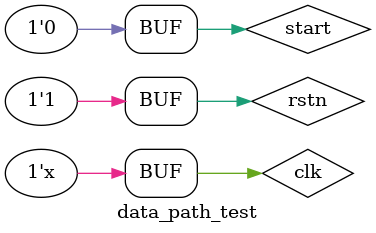
<source format=v>
`timescale 1ns / 1ps

module data_path_test ();

    // clock period in nanoseconds
`define CLK_PERIOD 10

    reg clk;
    reg rstn;

    reg [31:0] x0_re;
    reg [31:0] x0_im;
    reg [31:0] x1_re;
    reg [31:0] x1_im;

    reg [8:0] bram_addr;

    reg src_sel;
    reg fft_ready;

    reg bram_we;
    reg bram_en;
    reg bf_ce;

    reg start;
    reg twiddle_addr;

    wire [31:0] X0_re;
    wire [31:0] X0_im;
    wire [31:0] X1_re;
    wire [31:0] X1_im;

    reg cycle_delay;

    wire [31:0] X0_re_bf;
    wire [31:0] X0_im_bf;
    wire [31:0] X1_re_bf;
    wire [31:0] X1_im_bf;
    wire [31:0] x0_re_ram;
    wire [31:0] x0_im_ram;
    wire [31:0] x1_re_ram;
    wire [31:0] x1_im_ram;

    always #(`CLK_PERIOD/2) clk = ~clk;

    initial begin
        clk <= 1;
        rstn <= 0;

        #(`CLK_PERIOD*10) rstn <= 1;
    end

    // define states
    localparam S_IDLE = 3'b000;
    localparam S_STORE_INPUTS = 3'b001;
    localparam S_CHECK_BF_COUNTER = 3'b010;
    localparam S_READ_MEMORY = 3'b011;
    localparam S_BF_OPERATION = 3'b100;
    localparam S_WRITE_BACK = 3'b101;
    localparam S_SEND_RESULTS = 3'b110;

    // localparam BRAM_SIZE = 10'd512;

    // for tests
    localparam BRAM_SIZE = 3'd4;

    // state and nextstate registers
    reg [2:0] state;
    reg [2:0] nstate;

    // counters registers
    reg [9:0] data_counter;
    reg [9:0] bf_counter;
    reg [1:0] cycle_counter;
    //reg write_counter;
    
    reg start_sending;

    data_path dut(
        .clk(clk),
        .rstn(rstn),

        .x0_re_i(x0_re),
        .x0_im_i(x0_im),
        .x1_re_i(x1_re),
        .x1_im_i(x1_im),

        .bram_addr_i(bram_addr),

        .w(28'h4001),

        .src_sel_i(src_sel),
        .fft_ready_i(fft_ready),

        .bram_we_i(bram_we),
        .bram_en_i(bram_en),
        .bf_ce_i(bf_ce),

        .x0_re_o(X0_re),
        .x0_im_o(X0_im),
        .x1_re_o(X1_re),
        .x1_im_o(X1_im),


        .X0_re_bf(X0_re_bf),
        .X0_im_bf(X0_im_bf),
        .X1_re_bf(X1_re_bf),
        .X1_im_bf(X1_im_bf),

        .x0_re_ram(x0_re_ram),
        .x0_im_ram(x0_im_ram),
        .x1_re_ram(x1_re_ram),
        .x1_im_ram(x1_im_ram)
    );

    initial begin
        start = 0;
        #(`CLK_PERIOD*15);
        start = 1;

        #(`CLK_PERIOD*BRAM_SIZE);
        start = 0;

    end

    initial begin
        x0_re = 32'd0;
        x0_im = 32'd0;
        x1_re = 32'd0;
        x1_im = 32'd0;
        #(`CLK_PERIOD*15);
        x0_re = 32'd10;
        x0_im = 32'd0;
        x1_re = 32'd20;
        x1_im = 32'd0;

    end

    always @(posedge clk) begin
        if(state == S_STORE_INPUTS) begin
            x0_re = x0_re + 10;
            x0_im = x0_im + 0;
            x1_re = x1_re + 10;
            x1_im = x1_im + 0;
        end
    end

    // state register
    always @(posedge clk or negedge rstn) begin
        if(~rstn)begin
            state <= S_IDLE;
            nstate <= S_IDLE;
        end
        else begin
            state <= nstate;
        end
    end

    // nextstate logic
    always @(*) begin
        case(state)
            S_IDLE:
            if(start)
                nstate = S_STORE_INPUTS;

            S_STORE_INPUTS:
            if(data_counter == BRAM_SIZE-1) // data_counter == N/2 (512)
                nstate = S_CHECK_BF_COUNTER;

            S_CHECK_BF_COUNTER: begin
                if(bf_counter == BRAM_SIZE) begin
                    if(cycle_delay == 1'h1) begin
                        cycle_delay = 1'b0;
                        nstate = S_SEND_RESULTS;
                    end 
                end                    
                
                else
                    nstate = S_READ_MEMORY;
            end

            S_READ_MEMORY:
            nstate = S_BF_OPERATION;

            S_BF_OPERATION: begin
                if(cycle_counter == 2'd2)
                    nstate = S_WRITE_BACK;
            end

            S_WRITE_BACK:
            //        if(write_counter == 1'b1)
            nstate = S_CHECK_BF_COUNTER;
            //    end

            S_SEND_RESULTS:
            if(data_counter == (BRAM_SIZE-1)+1) // data_counter == N/2 (512)
                nstate = S_IDLE;
        endcase
    end

    // output logic
    always @(*) begin
        case(state)
            S_IDLE: begin
                start_sending = 1'b0;
                src_sel = 1'b0;
                data_counter = {10{1'b0}};
                bram_addr = {9{1'b0}};
                twiddle_addr = {9{1'b0}};
                bram_en = 1'b1;
                bram_we = 1'b0;
            end

            S_STORE_INPUTS: begin
                src_sel = 1'b0;
                bram_addr = data_counter;
                bram_we = 1'b1;
                bram_en = 1'b1;
            end

            S_CHECK_BF_COUNTER: begin
                src_sel = 1'b1;
                data_counter = {10{1'b0}}; // reset data_counter 
                //bram_addr = data_counter;   
                bram_addr = bf_counter;
                bram_we = 1'b0; // disable writing to memmory 
                bram_en = 1'b1;
                //        write_counter = 1'b0;    
            end

            S_READ_MEMORY: begin
//                bram_addr = bf_counter;
                twiddle_addr = bf_counter;
                bram_en = 1'b1;
            end

            S_BF_OPERATION: begin
                bram_en = 1'b1;
                if(cycle_counter == 2'd2)
                    bf_ce = 1'b1;
            end

            S_WRITE_BACK: begin
                bf_ce = 1'b0;
                bram_we = 1'b1;
                bram_en = 1'b1;
                cycle_counter = {2{1'b0}};
            end

            S_SEND_RESULTS: begin
                bf_counter = {10{1'b0}}; // reset bf_counter
                start_sending = 1'b1;
                bram_addr = data_counter;
                bram_en = 1'b1;
            end
        endcase
    end

    //--------------------------------------

    always @(posedge clk or negedge rstn) begin
        if(~rstn) begin
            data_counter = {10{1'b0}};
            bf_counter = {10{1'b0}};
            cycle_counter = {2{1'b0}};
//            bram_we = 1'b0;
            bf_ce = 1'b0;
//            bram_en = 1'b0;
            cycle_delay = 1'b0;
            //        write_counter = 1'b0;
        end
        else if(state == S_STORE_INPUTS || state == S_SEND_RESULTS) // receiving or sending data
            data_counter = data_counter + 1; // increase data_counter

        else if(state == S_WRITE_BACK) begin
            bf_counter = bf_counter + 1;
            //        write_counter = write_counter + 1;
        end

        else if(state == S_BF_OPERATION)
            cycle_counter = cycle_counter + 1;
            
        else if(state == S_CHECK_BF_COUNTER) begin
            cycle_delay = cycle_delay + 1;
        end

    end
    
    always @(negedge clk) begin
        if(start_sending && bram_addr > 1'b0)
            fft_ready = 1'b1;
            
        else 
            fft_ready = 1'b0;
    end
    
endmodule
</source>
